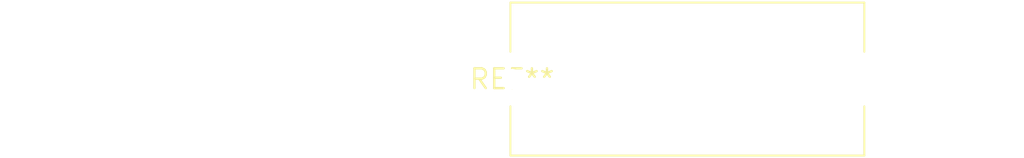
<source format=kicad_pcb>
(kicad_pcb (version 20240108) (generator pcbnew)
  (layers (0 "F.Cu" signal) (31 "B.Cu" signal) (34 "B.Paste" user) (35 "F.Paste" user) (36 "B.SilkS" user "B.Silkscreen") (37 "F.SilkS" user "F.Silkscreen") (38 "B.Mask" user) (39 "F.Mask" user) (44 "Edge.Cuts" user))
  (net 0 "")
  (footprint "Fuseholder_Cylinder-5x20mm_Schurter_0031_8201_Horizontal_Open" (layer "F.Cu") (at 0 0)
    (property "Reference" "REF**")
    (property "Value" "Fuseholder_Cylinder-5x20mm_Schurter_0031_8201_Horizontal_Open")
    (fp_line (start -0.11 -4.91) (end 22.61 -4.91) (layer "F.SilkS") (stroke (width 0.12)))
    (fp_line (start -0.11 -1.75) (end -0.11 -4.91) (layer "F.SilkS") (stroke (width 0.12)))
    (fp_line (start -0.11 4.91) (end -0.11 1.75) (layer "F.SilkS") (stroke (width 0.12)))
    (fp_line (start -0.11 4.91) (end 22.61 4.91) (layer "F.SilkS") (stroke (width 0.12)))
    (fp_line (start 22.61 -1.75) (end 22.61 -4.91) (layer "F.SilkS") (stroke (width 0.12)))
    (fp_line (start 22.61 4.91) (end 22.61 1.75) (layer "F.SilkS") (stroke (width 0.12)))
    (pad "" np_thru_hole circle (at 11.25 0) (size 2.7 2.7) (drill 2.7) (layers *.Cu *.Mask))
    (pad "1" thru_hole circle (at 0 0) (size 3 3) (drill 1.3) (layers *.Cu *.Mask) (remove_unused_layers))
    (pad "2" thru_hole circle (at 22.5 0) (size 3 3) (drill 1.3) (layers *.Cu *.Mask) (remove_unused_layers))
  )
)
</source>
